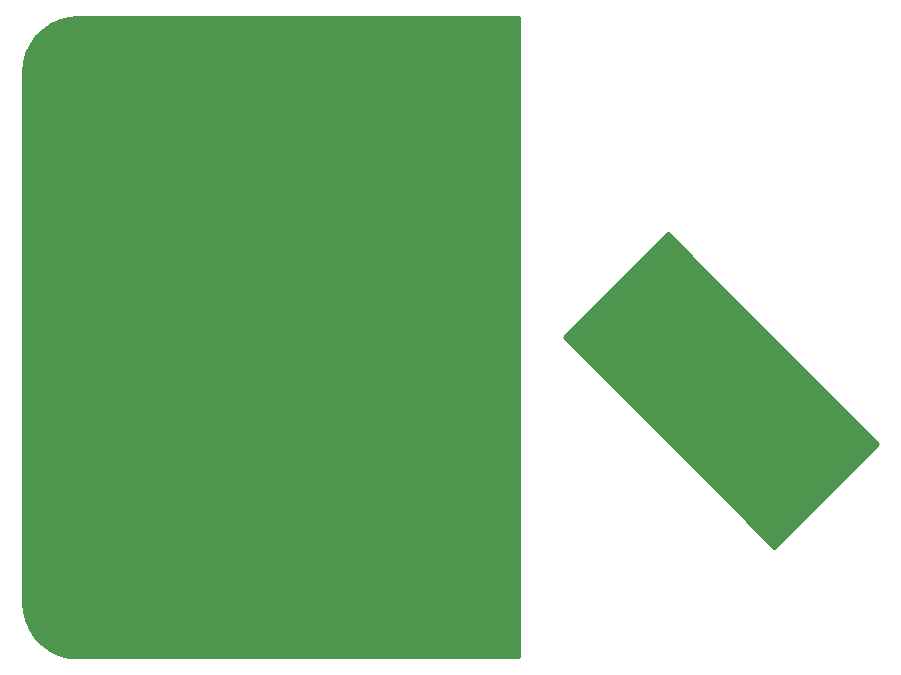
<source format=gbr>
G04 #@! TF.GenerationSoftware,KiCad,Pcbnew,(5.1.4)-1*
G04 #@! TF.CreationDate,2019-09-24T21:19:54-07:00*
G04 #@! TF.ProjectId,blacker-cannon-cards,626c6163-6b65-4722-9d63-616e6e6f6e2d,rev?*
G04 #@! TF.SameCoordinates,Original*
G04 #@! TF.FileFunction,Copper,L1,Top*
G04 #@! TF.FilePolarity,Positive*
%FSLAX46Y46*%
G04 Gerber Fmt 4.6, Leading zero omitted, Abs format (unit mm)*
G04 Created by KiCad (PCBNEW (5.1.4)-1) date 2019-09-24 21:19:54*
%MOMM*%
%LPD*%
G04 APERTURE LIST*
%ADD10C,0.254000*%
G04 APERTURE END LIST*
D10*
G36*
X122817684Y-86502710D02*
G01*
X113997290Y-95323104D01*
X96176896Y-77502710D01*
X104997290Y-68682316D01*
X122817684Y-86502710D01*
X122817684Y-86502710D01*
G37*
X122817684Y-86502710D02*
X113997290Y-95323104D01*
X96176896Y-77502710D01*
X104997290Y-68682316D01*
X122817684Y-86502710D01*
G36*
X92373000Y-104594000D02*
G01*
X55018085Y-104594000D01*
X54186754Y-104519806D01*
X53399226Y-104304362D01*
X52662284Y-103952859D01*
X51999240Y-103476413D01*
X51431044Y-102890081D01*
X50975662Y-102212400D01*
X50647481Y-101464784D01*
X50456130Y-100667749D01*
X50406000Y-99985108D01*
X50406000Y-55018085D01*
X50480194Y-54186754D01*
X50695638Y-53399227D01*
X51047141Y-52662284D01*
X51523587Y-51999240D01*
X52109919Y-51431044D01*
X52787600Y-50975662D01*
X53535216Y-50647481D01*
X54332251Y-50456130D01*
X55014892Y-50406000D01*
X92373000Y-50406000D01*
X92373000Y-104594000D01*
X92373000Y-104594000D01*
G37*
X92373000Y-104594000D02*
X55018085Y-104594000D01*
X54186754Y-104519806D01*
X53399226Y-104304362D01*
X52662284Y-103952859D01*
X51999240Y-103476413D01*
X51431044Y-102890081D01*
X50975662Y-102212400D01*
X50647481Y-101464784D01*
X50456130Y-100667749D01*
X50406000Y-99985108D01*
X50406000Y-55018085D01*
X50480194Y-54186754D01*
X50695638Y-53399227D01*
X51047141Y-52662284D01*
X51523587Y-51999240D01*
X52109919Y-51431044D01*
X52787600Y-50975662D01*
X53535216Y-50647481D01*
X54332251Y-50456130D01*
X55014892Y-50406000D01*
X92373000Y-50406000D01*
X92373000Y-104594000D01*
M02*

</source>
